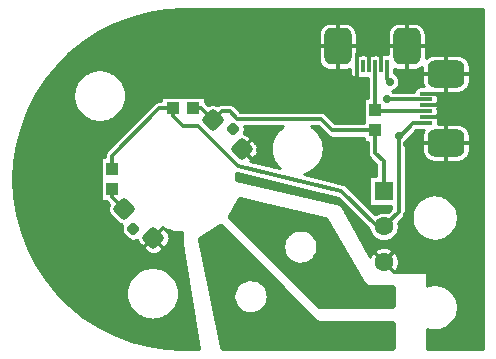
<source format=gbl>
G04 DipTrace 4.2.0.0*
G04 opto board.gbl*
%MOMM*%
G04 #@! TF.FileFunction,Copper,L2,Bot*
G04 #@! TF.Part,Single*
%AMOUTLINE0*
4,1,28,
0.7955,-0.26515,
0.26518,-0.79549,
0.18752,-0.85509,
0.09708,-0.89255,
0.00002,-0.90533,
-0.09704,-0.89255,
-0.18748,-0.85509,
-0.26515,-0.7955,
-0.79549,-0.26518,
-0.85509,-0.18752,
-0.89255,-0.09708,
-0.90533,-0.00002,
-0.89255,0.09704,
-0.85509,0.18748,
-0.7955,0.26515,
-0.26518,0.79549,
-0.18752,0.85509,
-0.09708,0.89255,
-0.00002,0.90533,
0.09704,0.89255,
0.18748,0.85509,
0.26515,0.7955,
0.79549,0.26518,
0.85509,0.18752,
0.89255,0.09708,
0.90533,0.00002,
0.89255,-0.09704,
0.85509,-0.18748,
0.7955,-0.26515,
0*%
%AMOUTLINE3*
4,1,28,
0.4773,-0.15909,
0.15911,-0.47729,
0.11251,-0.51305,
0.05825,-0.53553,
0.00001,-0.5432,
-0.05822,-0.53553,
-0.11249,-0.51306,
-0.15909,-0.4773,
-0.47729,-0.15911,
-0.51305,-0.11251,
-0.53553,-0.05825,
-0.5432,-0.00001,
-0.53553,0.05822,
-0.51306,0.11249,
-0.4773,0.15909,
-0.15911,0.47729,
-0.11251,0.51305,
-0.05825,0.53553,
-0.00001,0.5432,
0.05822,0.53553,
0.11249,0.51306,
0.15909,0.4773,
0.47729,0.15911,
0.51305,0.11251,
0.53553,0.05825,
0.5432,0.00001,
0.53553,-0.05822,
0.51306,-0.11249,
0.4773,-0.15909,
0*%
%AMOUTLINE6*
4,1,28,
-0.075,0.55,
0.075,0.55,
0.09441,0.54744,
0.1125,0.53995,
0.12803,0.52803,
0.13995,0.5125,
0.14744,0.49441,
0.15,0.475,
0.15,-0.475,
0.14744,-0.49441,
0.13995,-0.5125,
0.12803,-0.52803,
0.1125,-0.53995,
0.09441,-0.54744,
0.075,-0.55,
-0.075,-0.55,
-0.09441,-0.54744,
-0.1125,-0.53995,
-0.12803,-0.52803,
-0.13995,-0.5125,
-0.14744,-0.49441,
-0.15,-0.475,
-0.15,0.475,
-0.14744,0.49441,
-0.13995,0.5125,
-0.12803,0.52803,
-0.1125,0.53995,
-0.09441,0.54744,
-0.075,0.55,
0*%
%AMOUTLINE9*
4,1,28,
-0.575,1.55,
0.575,1.55,
0.72382,1.53041,
0.8625,1.47296,
0.98159,1.38159,
1.07296,1.2625,
1.13041,1.12382,
1.15,0.975,
1.15,-0.975,
1.13041,-1.12382,
1.07296,-1.2625,
0.98159,-1.38159,
0.8625,-1.47296,
0.72382,-1.53041,
0.575,-1.55,
-0.575,-1.55,
-0.72382,-1.53041,
-0.8625,-1.47296,
-0.98159,-1.38159,
-1.07296,-1.2625,
-1.13041,-1.12382,
-1.15,-0.975,
-1.15,0.975,
-1.13041,1.12382,
-1.07296,1.2625,
-0.98159,1.38159,
-0.8625,1.47296,
-0.72382,1.53041,
-0.575,1.55,
0*%
%AMOUTLINE12*
4,1,28,
0.55,0.07502,
0.55,-0.07498,
0.54745,-0.09439,
0.53996,-0.11248,
0.52804,-0.12801,
0.51251,-0.13993,
0.49442,-0.14742,
0.47501,-0.14998,
-0.47499,-0.15002,
-0.49441,-0.14746,
-0.51249,-0.13997,
-0.52803,-0.12805,
-0.53995,-0.11252,
-0.54744,-0.09443,
-0.55,-0.07502,
-0.55,0.07498,
-0.54745,0.09439,
-0.53996,0.11248,
-0.52804,0.12801,
-0.51251,0.13993,
-0.49442,0.14742,
-0.47501,0.14998,
0.47499,0.15002,
0.49441,0.14746,
0.51249,0.13997,
0.52803,0.12805,
0.53995,0.11252,
0.54744,0.09443,
0.55,0.07502,
0*%
%AMOUTLINE15*
4,1,28,
1.54998,0.57506,
1.55002,-0.57494,
1.53044,-0.72376,
1.473,-0.86244,
1.38163,-0.98153,
1.26254,-1.07291,
1.12387,-1.13036,
0.97505,-1.14996,
-0.97495,-1.15004,
-1.12378,-1.13045,
-1.26246,-1.07302,
-1.38155,-0.98164,
-1.47293,-0.86256,
-1.53038,-0.72388,
-1.54998,-0.57506,
-1.55002,0.57494,
-1.53044,0.72376,
-1.473,0.86244,
-1.38163,0.98153,
-1.26254,1.07291,
-1.12387,1.13036,
-0.97505,1.14996,
0.97495,1.15004,
1.12378,1.13045,
1.26246,1.07302,
1.38155,0.98164,
1.47293,0.86256,
1.53038,0.72388,
1.54998,0.57506,
0*%
%AMOUTLINE18*
4,1,28,
-0.7955,0.26514,
-0.26519,0.79549,
-0.18753,0.85508,
-0.09709,0.89255,
-0.00003,0.90533,
0.09703,0.89256,
0.18747,0.8551,
0.26514,0.7955,
0.79549,0.26519,
0.85508,0.18753,
0.89255,0.09709,
0.90533,0.00003,
0.89256,-0.09703,
0.8551,-0.18747,
0.7955,-0.26514,
0.26519,-0.79549,
0.18753,-0.85508,
0.09709,-0.89255,
0.00003,-0.90533,
-0.09703,-0.89256,
-0.18747,-0.8551,
-0.26514,-0.7955,
-0.79549,-0.26519,
-0.85508,-0.18753,
-0.89255,-0.09709,
-0.90533,-0.00003,
-0.89256,0.09703,
-0.8551,0.18747,
-0.7955,0.26514,
0*%
%AMOUTLINE21*
4,1,28,
-0.4773,0.15908,
-0.15911,0.47729,
-0.11252,0.51305,
-0.05825,0.53553,
-0.00002,0.5432,
0.05822,0.53553,
0.11248,0.51306,
0.15908,0.4773,
0.47729,0.15911,
0.51305,0.11252,
0.53553,0.05825,
0.5432,0.00002,
0.53553,-0.05822,
0.51306,-0.11248,
0.4773,-0.15908,
0.15911,-0.47729,
0.11252,-0.51305,
0.05825,-0.53553,
0.00002,-0.5432,
-0.05822,-0.53553,
-0.11248,-0.51306,
-0.15908,-0.4773,
-0.47729,-0.15911,
-0.51305,-0.11252,
-0.53553,-0.05825,
-0.5432,-0.00002,
-0.53553,0.05822,
-0.51306,0.11248,
-0.4773,0.15908,
0*%
G04 #@! TA.AperFunction,CopperBalancing*
%ADD14C,0.33*%
G04 #@! TA.AperFunction,Conductor*
%ADD15C,0.3*%
G04 #@! TA.AperFunction,CopperBalancing*
%ADD16C,0.25*%
%ADD17C,0.635*%
G04 #@! TA.AperFunction,ComponentPad*
%ADD18R,1.6X1.6*%
%ADD19C,1.6*%
%ADD20R,0.3X1.1*%
%ADD21R,1.1X0.3*%
%ADD22R,1.1X1.0*%
%ADD23R,1.0X1.1*%
G04 #@! TA.AperFunction,ViaPad*
%ADD24C,0.7*%
%ADD46OUTLINE0*%
%ADD49OUTLINE3*%
%ADD52OUTLINE6*%
%ADD55OUTLINE9*%
%ADD58OUTLINE12*%
%ADD61OUTLINE15*%
%ADD64OUTLINE18*%
%ADD67OUTLINE21*%
%FSLAX35Y35*%
G04*
G71*
G90*
G75*
G01*
G04 Bottom*
%LPD*%
X-600002Y85000D2*
D14*
Y199998D1*
X-200002Y599998D1*
X-85000D1*
X1700000Y-400000D2*
X1825000Y-275000D1*
Y350000D1*
X1949993Y474993D1*
X2023507D1*
D15*
Y474992D1*
X2055005D1*
X1825000Y350000D2*
D14*
Y368380D1*
X1750000Y825000D2*
X1725000Y850000D1*
Y883500D1*
D15*
Y955000D1*
X-85000Y599998D2*
D14*
Y535000D1*
X0Y450000D1*
X130000D1*
X467500Y112500D1*
X1340000Y-100000D1*
X1640000Y-400000D1*
X1700000D1*
X-599997Y-85000D2*
Y-150007D1*
X-498747Y-251260D1*
X2055000Y574993D2*
D15*
X1635007D1*
X1625000Y585000D1*
Y955000D2*
Y585000D1*
X85000Y600002D2*
D14*
X149989D1*
X251251Y498741D1*
X1625002Y415000D2*
Y224998D1*
X1700000Y150000D1*
Y-100000D1*
X2054997Y674992D2*
D15*
X2023497D1*
D14*
Y675000D1*
X1725000D1*
X251251Y498741D2*
X327510Y575000D1*
X395000D1*
X460000Y510000D1*
X1165000D1*
X1260000Y415000D1*
X1625002D1*
D24*
X1725000Y675000D3*
X1750000Y825000D3*
X-300000Y1200000D3*
X100000D3*
X500000D3*
X900000D3*
X1700000D3*
X2100000D3*
X2500000D3*
X1825000Y368380D3*
X485000Y5000D3*
X-100000Y900000D3*
X300000D3*
X700000D3*
X650000Y250000D3*
X-700000Y1200000D3*
X325000Y-1200000D3*
X1900000Y900000D3*
X275000Y-975000D3*
X1100000Y900000D3*
X-900000D3*
X225000Y-750000D3*
X1500000Y-875000D3*
X1425000Y-1050000D3*
X375000Y-1400000D3*
X900000Y600000D3*
X575000Y-1400000D3*
X775000D3*
X2500000Y600000D3*
X1300000D3*
X-500000Y900000D3*
X-1100000Y600000D3*
X975000Y-1400000D3*
X1175000D3*
X1375000D3*
X1575000D3*
X1500000Y300000D3*
X1900000D3*
X1475000Y-1250000D3*
X1275000D3*
X-900000Y300000D3*
X-1300000D3*
X1075000Y-1200000D3*
X950000Y-1050000D3*
X1025000Y-925000D3*
X800000Y-900000D3*
X650000Y-750000D3*
X2100000Y0D3*
X2500000D3*
X500000Y-600000D3*
X1375000Y-675000D3*
X-1100000Y0D3*
X1275000Y-500000D3*
X550000Y-300000D3*
X725000Y-325000D3*
X675000Y-425000D3*
X425000Y-775000D3*
X1900000Y-300000D3*
X325000Y-575000D3*
X300000Y-650000D3*
X-900000Y-300000D3*
X-1300000D3*
X375000Y-675000D3*
X450000Y-700000D3*
X400000Y-600000D3*
X350000Y-750000D3*
X625000Y-275000D3*
X2100000Y-600000D3*
X2500000D3*
X575000Y-375000D3*
X-700000Y-600000D3*
X-1100000D3*
X650000Y-350000D3*
X-500000Y-900000D3*
X750000Y-400000D3*
X820000Y-70000D3*
X1175000Y-150000D3*
X1400000Y-275000D3*
X2300000Y-900000D3*
X1550000Y-550000D3*
X-900000Y-900000D3*
X-50000Y-500000D3*
X500000Y600000D3*
X-25000Y-725000D3*
X25000Y-975000D3*
X50000Y-1175000D3*
X100000Y-1400000D3*
X1175000Y-1050000D3*
X2500000Y-1200000D3*
X875000Y-775000D3*
X-700000Y-1200000D3*
X725000Y-625000D3*
X600000Y-500000D3*
X825000Y-275000D3*
X1075000Y-325000D3*
X1300000Y0D3*
X-253204Y1412833D2*
D16*
X2535009D1*
X-362896Y1388167D2*
X2535009D1*
X-450958Y1363500D2*
X2535009D1*
X-515216Y1338833D2*
X2535009D1*
X-579473Y1314167D2*
X1199950D1*
X1416059D2*
X1783935D1*
X2000068D2*
X2535009D1*
X-628546Y1289500D2*
X1169115D1*
X1446894D2*
X1753124D1*
X2030878D2*
X2535009D1*
X-676959Y1264833D2*
X1153564D1*
X1462445D2*
X1737548D1*
X2046454D2*
X2535009D1*
X-723394Y1240167D2*
X1146020D1*
X1469989D2*
X1730028D1*
X2053974D2*
X2535009D1*
X-761383Y1215500D2*
X1144506D1*
X1471503D2*
X1728490D1*
X2055512D2*
X2535009D1*
X-799371Y1190833D2*
X1144506D1*
X1471503D2*
X1728490D1*
X2055512D2*
X2535009D1*
X-837335Y1166167D2*
X1144506D1*
X1471503D2*
X1728490D1*
X2055512D2*
X2535009D1*
X-868805Y1141500D2*
X1144506D1*
X1471503D2*
X1728490D1*
X2055512D2*
X2535009D1*
X-899273Y1116833D2*
X1144506D1*
X1471503D2*
X1728490D1*
X2055512D2*
X2535009D1*
X-929718Y1092167D2*
X1144506D1*
X1471503D2*
X1728490D1*
X2055512D2*
X2535009D1*
X-960015Y1067500D2*
X1144506D1*
X1471503D2*
X1728490D1*
X2055512D2*
X2535009D1*
X-984698Y1042833D2*
X1144506D1*
X2055512D2*
X2080273D1*
X2369721D2*
X2535009D1*
X-1009356Y1018167D2*
X1144921D1*
X2402436D2*
X2535009D1*
X-1034014Y993500D2*
X1150243D1*
X2418671D2*
X2535009D1*
X-1058697Y968833D2*
X1162743D1*
X2426654D2*
X2535009D1*
X-1079986Y944167D2*
X1186620D1*
X2428486D2*
X2535009D1*
X-1099981Y919500D2*
X-779151D1*
X-635040D2*
X1411498D1*
X1788495D2*
X2021484D1*
X2428486D2*
X2535009D1*
X-1119952Y894833D2*
X-830885D1*
X-583331D2*
X1413012D1*
X1793549D2*
X2021484D1*
X2428486D2*
X2535009D1*
X-1139923Y870167D2*
X-862452D1*
X-551763D2*
X1426684D1*
X1819745D2*
X2021484D1*
X2428486D2*
X2535009D1*
X-1159893Y845500D2*
X-885084D1*
X-529107D2*
X1561498D1*
X1830854D2*
X2021484D1*
X2428486D2*
X2535009D1*
X-1176007Y820833D2*
X-902003D1*
X-512213D2*
X1561498D1*
X1833393D2*
X2022387D1*
X2427582D2*
X2535009D1*
X-1192022Y796167D2*
X-914576D1*
X-499615D2*
X1561498D1*
X1828193D2*
X2028857D1*
X2421137D2*
X2535009D1*
X-1208062Y771500D2*
X-923609D1*
X-490582D2*
X1561498D1*
X1813324D2*
X1968383D1*
X2407099D2*
X2535009D1*
X-1224078Y746833D2*
X-929542D1*
X-484649D2*
X1561498D1*
X1773725D2*
X1953442D1*
X2379999D2*
X2535009D1*
X-1240094Y722167D2*
X-932594D1*
X-481597D2*
X1561498D1*
X2158490D2*
X2535009D1*
X-1253131Y697500D2*
X-932887D1*
X-481305D2*
X1561498D1*
X2156342D2*
X2535009D1*
X-1265704Y672833D2*
X-930470D1*
X-483746D2*
X-188502D1*
X188495D2*
X1526488D1*
X2158490D2*
X2535009D1*
X-1278277Y648167D2*
X-925196D1*
X-489019D2*
X-242335D1*
X192328D2*
X1526488D1*
X2156147D2*
X2535009D1*
X-1290850Y623500D2*
X-916871D1*
X-497320D2*
X-267384D1*
X436933D2*
X1526488D1*
X2158490D2*
X2535009D1*
X-1303424Y598833D2*
X-905128D1*
X-509063D2*
X-292066D1*
X462055D2*
X1526488D1*
X2155951D2*
X2535009D1*
X-1314654Y574167D2*
X-889259D1*
X-524932D2*
X-316724D1*
X486713D2*
X1526488D1*
X2158490D2*
X2535009D1*
X-1324127Y549500D2*
X-868067D1*
X-546124D2*
X-341383D1*
X1216401D2*
X1526488D1*
X2155732D2*
X2535009D1*
X-1333599Y524833D2*
X-838941D1*
X-575250D2*
X-366065D1*
X1241059D2*
X1526488D1*
X2158515D2*
X2535009D1*
X-1343072Y500167D2*
X-794044D1*
X-620147D2*
X-390723D1*
X1265717D2*
X1526488D1*
X2158515D2*
X2535009D1*
X-1352545Y475500D2*
X-415382D1*
X2158515D2*
X2535009D1*
X-1362017Y450833D2*
X-440064D1*
X2383588D2*
X2535009D1*
X-1369390Y426167D2*
X-464722D1*
X523578D2*
X815282D1*
X1116523D2*
X1157934D1*
X2408857D2*
X2535009D1*
X-1376007Y401500D2*
X-489381D1*
X520966D2*
X791381D1*
X1140424D2*
X1182616D1*
X1967377D2*
X2027978D1*
X2422040D2*
X2535009D1*
X-1382598Y376833D2*
X-514063D1*
X542597D2*
X773608D1*
X1158197D2*
X1207275D1*
X1942719D2*
X2022143D1*
X2427900D2*
X2535009D1*
X-1389215Y352167D2*
X-538722D1*
X571454D2*
X760326D1*
X1171454D2*
X1526513D1*
X1918061D2*
X2021508D1*
X2428510D2*
X2535009D1*
X-1395831Y327500D2*
X-563380D1*
X596137D2*
X750732D1*
X1181073D2*
X1526513D1*
X1897431D2*
X2021508D1*
X2428510D2*
X2535009D1*
X-1402447Y302833D2*
X-588062D1*
X619941D2*
X744286D1*
X1187519D2*
X1560009D1*
X1890009D2*
X2021508D1*
X2428510D2*
X2535009D1*
X-1406768Y278167D2*
X-612721D1*
X633320D2*
X740746D1*
X1191059D2*
X1560009D1*
X1890009D2*
X2021508D1*
X2428510D2*
X2535009D1*
X-1410675Y253500D2*
X-637379D1*
X637738D2*
X739965D1*
X1191840D2*
X1560009D1*
X1890009D2*
X2021508D1*
X2428510D2*
X2535009D1*
X-1414605Y228833D2*
X-657960D1*
X634711D2*
X741918D1*
X1189887D2*
X1560009D1*
X1890009D2*
X2023803D1*
X2426215D2*
X2535009D1*
X-1418512Y204167D2*
X-664869D1*
X623237D2*
X746679D1*
X1185126D2*
X1563573D1*
X1890009D2*
X2032470D1*
X2417572D2*
X2535009D1*
X-1422418Y179500D2*
X-698512D1*
X600605D2*
X754443D1*
X1177362D2*
X1579613D1*
X1890009D2*
X2049706D1*
X2400312D2*
X2535009D1*
X-1426324Y154833D2*
X-698512D1*
X575946D2*
X765551D1*
X1166254D2*
X1604272D1*
X1890009D2*
X2085497D1*
X2364496D2*
X2535009D1*
X-1428082Y130167D2*
X-698512D1*
X661591D2*
X780639D1*
X1151166D2*
X1628954D1*
X1890009D2*
X2535009D1*
X-1429376Y105500D2*
X-698512D1*
X762861D2*
X800756D1*
X1131049D2*
X1635009D1*
X1890009D2*
X2535009D1*
X-1430670Y80833D2*
X-698512D1*
X1103608D2*
X1635009D1*
X1890009D2*
X2535009D1*
X-1431964Y56167D2*
X-698512D1*
X1062690D2*
X1635009D1*
X1890009D2*
X2535009D1*
X-1433258Y31500D2*
X-698512D1*
X449335D2*
X533446D1*
X1066694D2*
X1635009D1*
X1890009D2*
X2535009D1*
X-1434552Y6833D2*
X-698512D1*
X450946D2*
X634740D1*
X1167963D2*
X1571508D1*
X1890009D2*
X2535009D1*
X-1433990Y-17833D2*
X-698487D1*
X485370D2*
X736010D1*
X1269257D2*
X1571508D1*
X1890009D2*
X2535009D1*
X-1432696Y-42500D2*
X-698487D1*
X592255D2*
X837304D1*
X1366987D2*
X1571508D1*
X1890009D2*
X2535009D1*
X-1431402Y-67167D2*
X-698487D1*
X699140D2*
X938573D1*
X1398066D2*
X1571508D1*
X1890009D2*
X2535009D1*
X-1430108Y-91833D2*
X-698487D1*
X806025D2*
X1039843D1*
X1422724D2*
X1571508D1*
X1890009D2*
X2535009D1*
X-1428814Y-116500D2*
X-698487D1*
X912934D2*
X1141137D1*
X1447382D2*
X1571508D1*
X1890009D2*
X2535009D1*
X-1427520Y-141167D2*
X-698487D1*
X1019819D2*
X1242406D1*
X1472065D2*
X1571508D1*
X1890009D2*
X2059521D1*
X2200483D2*
X2535009D1*
X-1424566Y-165833D2*
X-698487D1*
X1126703D2*
X1314941D1*
X1496723D2*
X1571508D1*
X1890009D2*
X2013134D1*
X2246869D2*
X2535009D1*
X-1420660Y-190500D2*
X-650098D1*
X1233588D2*
X1339623D1*
X1521381D2*
X1571508D1*
X1890009D2*
X1984936D1*
X2275068D2*
X2535009D1*
X-1416754Y-215167D2*
X-629566D1*
X1336298D2*
X1364281D1*
X1546064D2*
X1571508D1*
X1890009D2*
X1965160D1*
X2294843D2*
X2535009D1*
X-1412847Y-239833D2*
X-636988D1*
X1350238D2*
X1388940D1*
X1570722D2*
X1760009D1*
X1890009D2*
X1950976D1*
X2309028D2*
X2535009D1*
X-1408941Y-264500D2*
X-636720D1*
X1364179D2*
X1413622D1*
X1595380D2*
X1744604D1*
X1890009D2*
X1941064D1*
X2318940D2*
X2535009D1*
X-1405035Y-289167D2*
X-628687D1*
X1378119D2*
X1438280D1*
X1620063D2*
X1637572D1*
X1888373D2*
X1934814D1*
X2325190D2*
X2535009D1*
X-1399493Y-313833D2*
X-609791D1*
X1392060D2*
X1462939D1*
X1876484D2*
X1931811D1*
X2328193D2*
X2535009D1*
X-1392877Y-338500D2*
X-585133D1*
X1406000D2*
X1487621D1*
X1852387D2*
X1931957D1*
X2328046D2*
X2535009D1*
X-1386261Y-363167D2*
X-560450D1*
X1419965D2*
X1512279D1*
X1827729D2*
X1935253D1*
X2324750D2*
X2535009D1*
X-1379669Y-387833D2*
X-515235D1*
X1433905D2*
X1536938D1*
X1827900D2*
X1941845D1*
X2318158D2*
X2535009D1*
X-1373053Y-412500D2*
X-523243D1*
X1447846D2*
X1561620D1*
X1827875D2*
X1952123D1*
X2307880D2*
X2535009D1*
X-1366436Y-437167D2*
X-521827D1*
X-139215D2*
X-100733D1*
X1461786D2*
X1577099D1*
X1822895D2*
X1966772D1*
X2293232D2*
X2535009D1*
X-1357794Y-461833D2*
X-510255D1*
X-120806D2*
X-14991D1*
X1475727D2*
X1587719D1*
X1812275D2*
X1987157D1*
X2272821D2*
X2535009D1*
X-1348321Y-486500D2*
X-486622D1*
X-113116D2*
X-14991D1*
X1489667D2*
X1605883D1*
X1794111D2*
X2016454D1*
X2243549D2*
X2535009D1*
X-1338848Y-511167D2*
X-459278D1*
X-113140D2*
X-14991D1*
X1503608D2*
X1638183D1*
X1761811D2*
X2066186D1*
X2193793D2*
X2535009D1*
X-1329376Y-535833D2*
X-381593D1*
X-120904D2*
X-14991D1*
X1517548D2*
X2535009D1*
X-1319903Y-560500D2*
X-363111D1*
X-139386D2*
X-13429D1*
X1531488D2*
X2535009D1*
X-1310382Y-585167D2*
X-338453D1*
X-164068D2*
X-9303D1*
X1545429D2*
X1645653D1*
X1754364D2*
X2535009D1*
X-1297808Y-609833D2*
X-313770D1*
X-188726D2*
X-5201D1*
X1559369D2*
X1609496D1*
X1790522D2*
X2535009D1*
X-1285235Y-634500D2*
X-265089D1*
X-237408D2*
X-1099D1*
X1573310D2*
X1589867D1*
X1810126D2*
X2535009D1*
X-1272686Y-659167D2*
X3027D1*
X1821698D2*
X2535009D1*
X-1260113Y-683833D2*
X7128D1*
X1827460D2*
X2535009D1*
X-1247540Y-708500D2*
X11254D1*
X1828217D2*
X2535009D1*
X-1232940Y-733167D2*
X15356D1*
X1824067D2*
X2535009D1*
X-1216925Y-757833D2*
X-342921D1*
X-174688D2*
X19457D1*
X1814447D2*
X2535009D1*
X-1200909Y-782500D2*
X-389039D1*
X-128570D2*
X23583D1*
X1797724D2*
X2535009D1*
X-1184893Y-807167D2*
X-418629D1*
X-98956D2*
X27685D1*
X2065009D2*
X2535009D1*
X-1168878Y-831833D2*
X-440113D1*
X-77472D2*
X31811D1*
X2065009D2*
X2535009D1*
X-1150982Y-856500D2*
X-456202D1*
X-61407D2*
X35912D1*
X2065009D2*
X2535009D1*
X-1131012Y-881167D2*
X-468116D1*
X-49493D2*
X40014D1*
X2065009D2*
X2535009D1*
X-1111041Y-905833D2*
X-476588D1*
X-41021D2*
X44140D1*
X2211957D2*
X2535009D1*
X-1091070Y-930500D2*
X-481983D1*
X-35626D2*
X48241D1*
X2253095D2*
X2535009D1*
X-1071099Y-955167D2*
X-484547D1*
X-33062D2*
X52343D1*
X2279340D2*
X2535009D1*
X-1047686Y-979833D2*
X-484376D1*
X-33233D2*
X56469D1*
X2297895D2*
X2535009D1*
X-1023028Y-1004500D2*
X-481446D1*
X-36163D2*
X60570D1*
X2311200D2*
X2535009D1*
X-998370Y-1029167D2*
X-475660D1*
X-41949D2*
X64696D1*
X2320380D2*
X2535009D1*
X-973687Y-1053833D2*
X-466773D1*
X-50836D2*
X68798D1*
X2325995D2*
X2535009D1*
X-946612Y-1078500D2*
X-454371D1*
X-63238D2*
X72900D1*
X2328388D2*
X2535009D1*
X-916143Y-1103167D2*
X-437672D1*
X-79913D2*
X77026D1*
X2327655D2*
X2535009D1*
X-885699Y-1127833D2*
X-415333D1*
X-102252D2*
X81127D1*
X2323774D2*
X2535009D1*
X-855230Y-1152500D2*
X-384327D1*
X-133282D2*
X85253D1*
X2316498D2*
X2535009D1*
X-820416Y-1177167D2*
X-334229D1*
X-183380D2*
X89355D1*
X2305487D2*
X2535009D1*
X-782428Y-1201833D2*
X93456D1*
X2289862D2*
X2535009D1*
X-744439Y-1226500D2*
X97582D1*
X2268134D2*
X2535009D1*
X-703790Y-1251167D2*
X101684D1*
X2236445D2*
X2535009D1*
X-655377Y-1275833D2*
X105810D1*
X2065009D2*
X2082787D1*
X2177216D2*
X2535009D1*
X-606964Y-1300500D2*
X109911D1*
X2065009D2*
X2535009D1*
X-550836Y-1325167D2*
X114013D1*
X2065009D2*
X2535009D1*
X-486578Y-1349833D2*
X118139D1*
X2065009D2*
X2535009D1*
X-413922Y-1374500D2*
X122240D1*
X2065009D2*
X2535009D1*
X-321856Y-1399167D2*
X126366D1*
X2065009D2*
X2535009D1*
X-183795Y-1423833D2*
X130468D1*
X2065009D2*
X2535009D1*
X1215767Y370844D2*
X1139117Y447500D1*
X1085622Y447499D1*
X1095202Y441100D1*
X1105220Y433563D1*
X1114800Y425477D1*
X1123911Y416865D1*
X1132525Y407757D1*
X1140615Y398180D1*
X1148156Y388164D1*
X1155122Y377742D1*
X1161494Y366945D1*
X1167250Y355808D1*
X1172372Y344365D1*
X1176845Y332654D1*
X1180654Y320710D1*
X1183788Y308571D1*
X1186236Y296275D1*
X1187990Y283862D1*
X1189046Y271370D1*
X1189400Y258800D1*
X1189051Y246307D1*
X1187999Y233814D1*
X1186249Y221400D1*
X1183805Y209104D1*
X1180676Y196964D1*
X1176871Y185019D1*
X1172402Y173306D1*
X1167283Y161862D1*
X1161531Y150722D1*
X1155163Y139923D1*
X1148200Y129498D1*
X1140663Y119480D1*
X1132577Y109900D1*
X1123965Y100789D1*
X1114857Y92175D1*
X1105280Y84085D1*
X1095264Y76544D1*
X1084842Y69578D1*
X1074045Y63206D1*
X1062908Y57450D1*
X1051465Y52328D1*
X1039754Y47855D1*
X1027810Y44046D1*
X1020472Y42151D1*
X1355087Y-39348D1*
X1366836Y-43554D1*
X1377515Y-50011D1*
X1384194Y-55806D1*
X1626251Y-297849D1*
X1636943Y-290914D1*
X1648117Y-285178D1*
X1659808Y-280582D1*
X1671898Y-277174D1*
X1684267Y-274986D1*
X1696792Y-274041D1*
X1709350Y-274347D1*
X1721814Y-275903D1*
X1733141Y-278482D1*
X1762505Y-249106D1*
X1762488Y-226001D1*
X1574001D1*
Y25999D1*
X1637489D1*
X1637500Y124109D1*
X1580807Y180804D1*
X1572908Y190465D1*
X1567086Y201503D1*
X1563571Y213489D1*
X1562501Y225033D1*
X1562494Y314000D1*
X1529002D1*
Y352489D1*
X1450335Y352500D1*
X1260000D1*
X1247583Y353746D1*
X1235661Y357434D1*
X1224701Y363424D1*
X1215767Y370844D1*
X-483949Y694607D2*
X-485001Y682114D1*
X-486751Y669700D1*
X-489195Y657404D1*
X-492324Y645264D1*
X-496129Y633319D1*
X-500598Y621606D1*
X-505717Y610162D1*
X-511469Y599022D1*
X-517837Y588223D1*
X-524800Y577798D1*
X-532337Y567780D1*
X-540423Y558200D1*
X-549035Y549089D1*
X-558143Y540475D1*
X-567720Y532385D1*
X-577736Y524844D1*
X-588158Y517878D1*
X-598955Y511506D1*
X-610092Y505750D1*
X-621535Y500628D1*
X-633246Y496155D1*
X-645190Y492346D1*
X-657329Y489212D1*
X-669625Y486764D1*
X-682038Y485010D1*
X-694530Y483954D1*
X-707062Y483600D1*
X-719593Y483949D1*
X-732086Y485001D1*
X-744500Y486751D1*
X-756796Y489195D1*
X-768936Y492324D1*
X-780881Y496129D1*
X-792594Y500598D1*
X-804038Y505717D1*
X-815178Y511469D1*
X-825977Y517837D1*
X-836402Y524800D1*
X-846420Y532337D1*
X-856000Y540423D1*
X-865111Y549035D1*
X-873725Y558143D1*
X-881815Y567720D1*
X-889356Y577736D1*
X-896322Y588158D1*
X-902694Y598955D1*
X-908450Y610092D1*
X-913572Y621535D1*
X-918045Y633246D1*
X-921854Y645190D1*
X-924988Y657329D1*
X-927436Y669625D1*
X-929190Y682038D1*
X-930246Y694530D1*
X-930600Y707062D1*
X-930251Y719593D1*
X-929199Y732086D1*
X-927449Y744500D1*
X-925005Y756796D1*
X-921876Y768936D1*
X-918071Y780881D1*
X-913602Y792594D1*
X-908483Y804038D1*
X-902731Y815178D1*
X-896363Y825977D1*
X-889400Y836402D1*
X-881863Y846420D1*
X-873777Y856000D1*
X-865165Y865111D1*
X-856057Y873725D1*
X-846480Y881815D1*
X-836464Y889356D1*
X-826042Y896322D1*
X-815245Y902694D1*
X-804108Y908450D1*
X-792665Y913572D1*
X-780954Y918045D1*
X-769010Y921854D1*
X-756871Y924988D1*
X-744575Y927436D1*
X-732162Y929190D1*
X-719670Y930246D1*
X-707138Y930600D1*
X-694607Y930251D1*
X-682114Y929199D1*
X-669700Y927449D1*
X-657404Y925005D1*
X-645264Y921876D1*
X-633319Y918071D1*
X-621606Y913602D1*
X-610162Y908483D1*
X-599022Y902731D1*
X-588223Y896363D1*
X-577798Y889400D1*
X-567780Y881863D1*
X-558200Y873777D1*
X-549089Y865165D1*
X-540475Y856057D1*
X-532385Y846480D1*
X-524844Y836464D1*
X-517878Y826042D1*
X-511506Y815245D1*
X-505750Y804108D1*
X-500628Y792665D1*
X-496155Y780954D1*
X-492346Y769010D1*
X-489212Y756871D1*
X-486764Y744575D1*
X-485010Y732162D1*
X-483954Y719670D1*
X-483600Y707100D1*
X-483949Y694607D1*
X-35649Y-978393D2*
X-36701Y-990886D1*
X-38451Y-1003300D1*
X-40895Y-1015596D1*
X-44024Y-1027736D1*
X-47829Y-1039681D1*
X-52298Y-1051394D1*
X-57417Y-1062838D1*
X-63169Y-1073978D1*
X-69537Y-1084777D1*
X-76500Y-1095202D1*
X-84037Y-1105220D1*
X-92123Y-1114800D1*
X-100735Y-1123911D1*
X-109843Y-1132525D1*
X-119420Y-1140615D1*
X-129436Y-1148156D1*
X-139858Y-1155122D1*
X-150655Y-1161494D1*
X-161792Y-1167250D1*
X-173235Y-1172372D1*
X-184946Y-1176845D1*
X-196890Y-1180654D1*
X-209029Y-1183788D1*
X-221325Y-1186236D1*
X-233738Y-1187990D1*
X-246230Y-1189046D1*
X-258762Y-1189400D1*
X-271293Y-1189051D1*
X-283786Y-1187999D1*
X-296200Y-1186249D1*
X-308496Y-1183805D1*
X-320636Y-1180676D1*
X-332581Y-1176871D1*
X-344294Y-1172402D1*
X-355738Y-1167283D1*
X-366878Y-1161531D1*
X-377677Y-1155163D1*
X-388102Y-1148200D1*
X-398120Y-1140663D1*
X-407700Y-1132577D1*
X-416811Y-1123965D1*
X-425425Y-1114857D1*
X-433515Y-1105280D1*
X-441056Y-1095264D1*
X-448022Y-1084842D1*
X-454394Y-1074045D1*
X-460150Y-1062908D1*
X-465272Y-1051465D1*
X-469745Y-1039754D1*
X-473554Y-1027810D1*
X-476688Y-1015671D1*
X-479136Y-1003375D1*
X-480890Y-990962D1*
X-481946Y-978470D1*
X-482300Y-965938D1*
X-481951Y-953407D1*
X-480899Y-940914D1*
X-479149Y-928500D1*
X-476705Y-916204D1*
X-473576Y-904064D1*
X-469771Y-892119D1*
X-465302Y-880406D1*
X-460183Y-868962D1*
X-454431Y-857822D1*
X-448063Y-847023D1*
X-441100Y-836598D1*
X-433563Y-826580D1*
X-425477Y-817000D1*
X-416865Y-807889D1*
X-407757Y-799275D1*
X-398180Y-791185D1*
X-388164Y-783644D1*
X-377742Y-776678D1*
X-366945Y-770306D1*
X-355808Y-764550D1*
X-344365Y-759428D1*
X-332654Y-754955D1*
X-320710Y-751146D1*
X-308571Y-748012D1*
X-296275Y-745564D1*
X-283862Y-743810D1*
X-271370Y-742754D1*
X-258838Y-742400D1*
X-246307Y-742749D1*
X-233814Y-743801D1*
X-221400Y-745551D1*
X-209104Y-747995D1*
X-196964Y-751124D1*
X-185019Y-754929D1*
X-173306Y-759398D1*
X-161862Y-764517D1*
X-150722Y-770269D1*
X-139923Y-776637D1*
X-129498Y-783600D1*
X-119480Y-791137D1*
X-109900Y-799223D1*
X-100789Y-807835D1*
X-92175Y-816943D1*
X-84085Y-826520D1*
X-76544Y-836536D1*
X-69578Y-846958D1*
X-63206Y-857755D1*
X-57450Y-868892D1*
X-52328Y-880335D1*
X-47855Y-892046D1*
X-44046Y-903990D1*
X-40912Y-916129D1*
X-38464Y-928425D1*
X-36710Y-940838D1*
X-35654Y-953330D1*
X-35300Y-965900D1*
X-35649Y-978393D1*
X2325602Y-337492D2*
X2324415Y-349872D1*
X2322447Y-362153D1*
X2319703Y-374284D1*
X2316195Y-386216D1*
X2311938Y-397902D1*
X2306948Y-409294D1*
X2301245Y-420347D1*
X2294853Y-431017D1*
X2287797Y-441259D1*
X2280106Y-451033D1*
X2271810Y-460299D1*
X2262943Y-469021D1*
X2253541Y-477163D1*
X2243642Y-484692D1*
X2233285Y-491578D1*
X2222512Y-497793D1*
X2211366Y-503313D1*
X2199893Y-508115D1*
X2188139Y-512179D1*
X2176150Y-515489D1*
X2163975Y-518033D1*
X2151664Y-519799D1*
X2139266Y-520781D1*
X2126830Y-520974D1*
X2114407Y-520379D1*
X2102046Y-518996D1*
X2089799Y-516833D1*
X2077713Y-513897D1*
X2065837Y-510200D1*
X2054220Y-505758D1*
X2042909Y-500588D1*
X2031948Y-494711D1*
X2021381Y-488150D1*
X2011252Y-480933D1*
X2001602Y-473087D1*
X1992468Y-464646D1*
X1983888Y-455642D1*
X1975896Y-446112D1*
X1968525Y-436094D1*
X1961804Y-425629D1*
X1955761Y-414759D1*
X1950418Y-403527D1*
X1945800Y-391979D1*
X1941922Y-380161D1*
X1938802Y-368122D1*
X1936452Y-355908D1*
X1934882Y-343571D1*
X1934097Y-331158D1*
X1934101Y-318721D1*
X1934893Y-306309D1*
X1936472Y-293972D1*
X1938829Y-281760D1*
X1941956Y-269722D1*
X1945841Y-257907D1*
X1950467Y-246362D1*
X1955816Y-235134D1*
X1961866Y-224267D1*
X1968594Y-213806D1*
X1975971Y-203793D1*
X1983969Y-194268D1*
X1992554Y-185269D1*
X2001693Y-176833D1*
X2011349Y-168994D1*
X2021482Y-161783D1*
X2032052Y-155229D1*
X2043017Y-149358D1*
X2054332Y-144195D1*
X2065952Y-139760D1*
X2077830Y-136071D1*
X2089917Y-133142D1*
X2102166Y-130986D1*
X2114527Y-129612D1*
X2126951Y-129024D1*
X2139387Y-129225D1*
X2151784Y-130214D1*
X2164095Y-131988D1*
X2176268Y-134539D1*
X2188254Y-137857D1*
X2200006Y-141929D1*
X2211476Y-146737D1*
X2222619Y-152264D1*
X2233388Y-158486D1*
X2243740Y-165378D1*
X2253635Y-172913D1*
X2263032Y-181061D1*
X2271894Y-189788D1*
X2280184Y-199060D1*
X2287869Y-208839D1*
X2294918Y-219085D1*
X2301304Y-229758D1*
X2307000Y-240815D1*
X2311983Y-252210D1*
X2316233Y-263899D1*
X2319733Y-275834D1*
X2322469Y-287966D1*
X2324431Y-300248D1*
X2325609Y-312629D1*
X2326000Y-325000D1*
X2325602Y-337492D1*
X1834557Y924000D2*
X1949656D1*
X1953821Y924090D1*
X1957980Y924348D1*
X1962124Y924772D1*
X1966248Y925364D1*
X1970346Y926121D1*
X1974409Y927042D1*
X1978432Y928126D1*
X1982408Y929371D1*
X1986331Y930774D1*
X1990194Y932335D1*
X1993991Y934050D1*
X1997716Y935916D1*
X2001363Y937931D1*
X2004925Y940091D1*
X2008398Y942392D1*
X2011776Y944832D1*
X2015053Y947405D1*
X2018223Y950108D1*
X2021285Y952940D1*
X2024066Y953575D1*
X2023986Y949434D1*
X2023990Y834335D1*
X2024081Y830170D1*
X2024338Y826011D1*
X2024763Y821867D1*
X2025355Y817742D1*
X2026112Y813645D1*
X2027033Y809582D1*
X2028117Y805559D1*
X2029362Y801583D1*
X2030767Y797661D1*
X2032327Y793798D1*
X2034042Y790001D1*
X2036056Y785992D1*
X2006084Y785972D1*
X2001927Y785700D1*
X1997804Y785106D1*
X1993740Y784192D1*
X1989759Y782965D1*
X1985886Y781432D1*
X1982144Y779603D1*
X1978555Y777488D1*
X1975142Y775100D1*
X1971925Y772453D1*
X1968923Y769565D1*
X1966156Y766451D1*
X1963639Y763132D1*
X1961388Y759627D1*
X1959416Y755958D1*
X1957736Y752146D1*
X1956358Y748215D1*
X1955289Y744189D1*
X1954537Y740091D1*
X1954222Y737500D1*
X1776260Y737503D1*
X1774173Y739366D1*
X1765012Y745428D1*
X1765336Y745465D1*
X1777298Y748738D1*
X1788619Y753799D1*
X1799035Y760529D1*
X1808302Y768769D1*
X1816202Y778328D1*
X1822551Y788981D1*
X1827199Y800478D1*
X1830037Y812550D1*
X1831000Y825000D1*
X1830064Y837279D1*
X1827251Y849357D1*
X1822628Y860863D1*
X1816302Y871530D1*
X1808422Y881105D1*
X1799173Y889366D1*
X1788772Y896118D1*
X1786001Y897564D1*
Y936065D1*
X1790220Y933950D1*
X1794021Y932244D1*
X1797888Y930692D1*
X1801814Y929296D1*
X1805793Y928061D1*
X1809818Y926986D1*
X1813883Y926074D1*
X1817982Y925326D1*
X1822108Y924744D1*
X1826253Y924329D1*
X1830416Y924080D1*
X1834557Y924000D1*
X514402Y386313D2*
X518477Y385429D1*
X522500Y384344D1*
X526463Y383059D1*
X530357Y381578D1*
X534173Y379905D1*
X537900Y378044D1*
X541530Y375999D1*
X545053Y373776D1*
X548462Y371379D1*
X551746Y368816D1*
X554898Y366092D1*
X557786Y363339D1*
X610783Y310345D1*
X612336Y308753D1*
X615128Y305660D1*
X617763Y302433D1*
X620233Y299078D1*
X622533Y295604D1*
X624656Y292020D1*
X626599Y288334D1*
X628355Y284556D1*
X629920Y280695D1*
X631291Y276761D1*
X632464Y272763D1*
X633436Y268711D1*
X634204Y264617D1*
X634768Y260489D1*
X635125Y256338D1*
X635274Y252174D1*
X635216Y248009D1*
X634950Y243851D1*
X634476Y239712D1*
X633797Y235601D1*
X632914Y231530D1*
X631829Y227507D1*
X630544Y223544D1*
X629063Y219650D1*
X627390Y215834D1*
X625529Y212107D1*
X623484Y208477D1*
X621261Y204953D1*
X618865Y201545D1*
X616301Y198261D1*
X613577Y195109D1*
X610824Y192221D1*
X570375Y151769D1*
X817702Y91531D1*
X817000Y92123D1*
X807889Y100735D1*
X799275Y109843D1*
X791185Y119420D1*
X783644Y129436D1*
X776678Y139858D1*
X770306Y150655D1*
X764550Y161792D1*
X759428Y173235D1*
X754955Y184946D1*
X751146Y196890D1*
X748012Y209029D1*
X745564Y221325D1*
X743810Y233738D1*
X742754Y246230D1*
X742400Y258762D1*
X742749Y271293D1*
X743801Y283786D1*
X745551Y296200D1*
X747995Y308496D1*
X751124Y320636D1*
X754929Y332581D1*
X759398Y344294D1*
X764517Y355738D1*
X770269Y366878D1*
X776637Y377677D1*
X783600Y388102D1*
X791137Y398120D1*
X799223Y407700D1*
X807835Y416811D1*
X816943Y425425D1*
X826520Y433515D1*
X836536Y441056D1*
X846175Y447499D1*
X515924Y447500D1*
X517151Y444385D1*
X520332Y432315D1*
X521270Y419867D1*
X519934Y407457D1*
X516362Y395483D1*
X514402Y386313D1*
X1498230Y1053635D2*
X1494200Y1054705D1*
X1490103Y1055457D1*
X1485956Y1055888D1*
X1482457Y1056000D1*
X1469000Y1055999D1*
Y1222655D1*
X1468910Y1226820D1*
X1468652Y1230979D1*
X1468227Y1235124D1*
X1467636Y1239248D1*
X1466879Y1243345D1*
X1465958Y1247408D1*
X1464874Y1251431D1*
X1463629Y1255407D1*
X1462226Y1259330D1*
X1460665Y1263193D1*
X1458950Y1266990D1*
X1457084Y1270715D1*
X1455069Y1274362D1*
X1452909Y1277925D1*
X1450608Y1281398D1*
X1448168Y1284775D1*
X1445595Y1288052D1*
X1442892Y1291222D1*
X1440063Y1294282D1*
X1437114Y1297224D1*
X1434048Y1300046D1*
X1430872Y1302742D1*
X1427589Y1305308D1*
X1424206Y1307740D1*
X1420728Y1310033D1*
X1417160Y1312185D1*
X1413509Y1314192D1*
X1409780Y1316050D1*
X1405979Y1317756D1*
X1402112Y1319308D1*
X1398187Y1320703D1*
X1394208Y1321939D1*
X1390182Y1323014D1*
X1386117Y1323926D1*
X1382018Y1324673D1*
X1377893Y1325255D1*
X1373747Y1325671D1*
X1369584Y1325919D1*
X1365443Y1326000D1*
X1250422D1*
X1246257Y1325913D1*
X1242098Y1325659D1*
X1237953Y1325237D1*
X1233829Y1324649D1*
X1229731Y1323895D1*
X1225667Y1322977D1*
X1221643Y1321896D1*
X1217666Y1320654D1*
X1213743Y1319253D1*
X1209878Y1317695D1*
X1206080Y1315983D1*
X1202354Y1314120D1*
X1198705Y1312108D1*
X1195141Y1309951D1*
X1191666Y1307652D1*
X1188287Y1305215D1*
X1185008Y1302644D1*
X1181835Y1299943D1*
X1178774Y1297117D1*
X1175829Y1294170D1*
X1173005Y1291106D1*
X1170307Y1287932D1*
X1167738Y1284651D1*
X1165304Y1281270D1*
X1163008Y1277794D1*
X1160853Y1274228D1*
X1158844Y1270578D1*
X1156983Y1266850D1*
X1155274Y1263050D1*
X1153719Y1259185D1*
X1152321Y1255260D1*
X1151082Y1251282D1*
X1150005Y1247258D1*
X1149090Y1243193D1*
X1148339Y1239095D1*
X1147754Y1234970D1*
X1147335Y1230824D1*
X1147084Y1226666D1*
X1147000Y1222500D1*
Y1027345D1*
X1147090Y1023179D1*
X1147348Y1019021D1*
X1147773Y1014876D1*
X1148364Y1010752D1*
X1149121Y1006655D1*
X1150042Y1002592D1*
X1151126Y998569D1*
X1152371Y994593D1*
X1153774Y990670D1*
X1155335Y986807D1*
X1157050Y983010D1*
X1158916Y979285D1*
X1160931Y975638D1*
X1163091Y972075D1*
X1165392Y968602D1*
X1167832Y965225D1*
X1170405Y961948D1*
X1173108Y958777D1*
X1175937Y955718D1*
X1178886Y952776D1*
X1181952Y949954D1*
X1185128Y947258D1*
X1188411Y944692D1*
X1191794Y942260D1*
X1195272Y939966D1*
X1198840Y937815D1*
X1202491Y935808D1*
X1206220Y933950D1*
X1210021Y932244D1*
X1213888Y930692D1*
X1217814Y929297D1*
X1221792Y928061D1*
X1225818Y926986D1*
X1229883Y926074D1*
X1233982Y925327D1*
X1238107Y924744D1*
X1242253Y924329D1*
X1246416Y924081D1*
X1250557Y924000D1*
X1365655D1*
X1369821Y924090D1*
X1373979Y924348D1*
X1378124Y924773D1*
X1382248Y925364D1*
X1386345Y926121D1*
X1390408Y927042D1*
X1394431Y928126D1*
X1398407Y929371D1*
X1402330Y930774D1*
X1406193Y932335D1*
X1409990Y934050D1*
X1414000Y936064D1*
X1414018Y906091D1*
X1414290Y901934D1*
X1414884Y897811D1*
X1415798Y893747D1*
X1417024Y889766D1*
X1418557Y885893D1*
X1420387Y882150D1*
X1422502Y878562D1*
X1424890Y875148D1*
X1427536Y871931D1*
X1430424Y868930D1*
X1433538Y866162D1*
X1436857Y863645D1*
X1440362Y861394D1*
X1444031Y859422D1*
X1447843Y857742D1*
X1451774Y856363D1*
X1455800Y855295D1*
X1459897Y854543D1*
X1464044Y854112D1*
X1467543Y854000D1*
X1483909Y854018D1*
X1488066Y854290D1*
X1492189Y854884D1*
X1496253Y855798D1*
X1501773Y856364D1*
X1514052Y854113D1*
X1517537Y854000D1*
X1532500D1*
X1538065Y854290D1*
X1551774Y856363D1*
X1555800Y855295D1*
X1559901Y854542D1*
X1564000Y854108D1*
X1563996Y686000D1*
X1528999D1*
X1528990Y477500D1*
X1285897Y477492D1*
X1209194Y554194D1*
X1202515Y559989D1*
X1191836Y566446D1*
X1180087Y570652D1*
X1167725Y572439D1*
X1164957Y572500D1*
X485894Y572494D1*
X439194Y619194D1*
X432515Y624989D1*
X421836Y631445D1*
X410087Y635652D1*
X397725Y637439D1*
X394957Y637500D1*
X327510D1*
X323663Y637382D1*
X311346Y635374D1*
X299674Y630959D1*
X290405Y625524D1*
X278968Y630539D1*
X266910Y633792D1*
X254503Y635210D1*
X242023Y634762D1*
X229749Y632458D1*
X217945Y628344D1*
X212591Y625789D1*
X194183Y644197D1*
X187503Y649992D1*
X186000Y651093D1*
Y696002D1*
X-186000Y695997D1*
Y662498D1*
X-200002D1*
X-208823Y661872D1*
X-220940Y658886D1*
X-232222Y653553D1*
X-242228Y646075D1*
X-244227Y644161D1*
X-644197Y244192D1*
X-649991Y237513D1*
X-656448Y226833D1*
X-660654Y215085D1*
X-662442Y202722D1*
X-662502Y199953D1*
X-662494Y186000D1*
X-696002D1*
X-695998Y-186000D1*
X-651080D1*
X-644192Y-194200D1*
X-625792Y-212601D1*
X-630543Y-223542D1*
X-633796Y-235599D1*
X-635215Y-248006D1*
X-634767Y-260487D1*
X-632463Y-272761D1*
X-628354Y-284554D1*
X-622532Y-295602D1*
X-615119Y-305667D1*
X-610777Y-310349D1*
X-557786Y-363338D1*
X-548462Y-371378D1*
X-537900Y-378042D1*
X-526463Y-383058D1*
X-514394Y-386312D1*
X-516368Y-395493D1*
X-519934Y-407455D1*
X-521271Y-419866D1*
X-520333Y-432313D1*
X-517152Y-444384D1*
X-511833Y-455677D1*
X-504544Y-465825D1*
X-501185Y-469433D1*
X-469394Y-501222D1*
X-467448Y-503093D1*
X-457547Y-510694D1*
X-446430Y-516372D1*
X-434468Y-519938D1*
X-422057Y-521275D1*
X-409610Y-520337D1*
X-397528Y-517151D1*
X-385942Y-516191D1*
X-384970Y-520242D1*
X-383797Y-524240D1*
X-382426Y-528174D1*
X-380861Y-532035D1*
X-379105Y-535813D1*
X-377163Y-539499D1*
X-375039Y-543084D1*
X-372739Y-546558D1*
X-370269Y-549913D1*
X-367635Y-553140D1*
X-364840Y-556235D1*
X-360381Y-560734D1*
X-310293Y-610819D1*
X-307405Y-613572D1*
X-304252Y-616296D1*
X-300968Y-618860D1*
X-297560Y-621256D1*
X-294037Y-623479D1*
X-290407Y-625524D1*
X-286680Y-627386D1*
X-282864Y-629059D1*
X-278970Y-630539D1*
X-275007Y-631824D1*
X-270984Y-632909D1*
X-266913Y-633792D1*
X-262802Y-634472D1*
X-258663Y-634945D1*
X-254505Y-635211D1*
X-250339Y-635269D1*
X-246176Y-635120D1*
X-242025Y-634763D1*
X-237897Y-634200D1*
X-233802Y-633431D1*
X-229751Y-632459D1*
X-225753Y-631286D1*
X-221819Y-629915D1*
X-217958Y-628350D1*
X-214180Y-626594D1*
X-210494Y-624652D1*
X-206910Y-622528D1*
X-203436Y-620229D1*
X-200081Y-617758D1*
X-196853Y-615124D1*
X-193758Y-612329D1*
X-189259Y-607870D1*
X-137780Y-556355D1*
X-134982Y-553268D1*
X-132340Y-550046D1*
X-129863Y-546696D1*
X-127556Y-543227D1*
X-125425Y-539647D1*
X-123476Y-535965D1*
X-121712Y-532191D1*
X-120139Y-528333D1*
X-118760Y-524402D1*
X-117579Y-520406D1*
X-116598Y-516357D1*
X-115821Y-512264D1*
X-115249Y-508137D1*
X-114884Y-503987D1*
X-114726Y-499824D1*
X-114776Y-495658D1*
X-115033Y-491500D1*
X-115498Y-487359D1*
X-116168Y-483247D1*
X-117043Y-479174D1*
X-118120Y-475149D1*
X-119397Y-471184D1*
X-120869Y-467286D1*
X-122535Y-463467D1*
X-124388Y-459736D1*
X-126425Y-456102D1*
X-128642Y-452574D1*
X-131031Y-449161D1*
X-133588Y-445871D1*
X-136305Y-442714D1*
X-139177Y-439695D1*
X-160238Y-418640D1*
X-121687Y-431726D1*
X-118186Y-432833D1*
X-110430Y-434739D1*
X-64294Y-443916D1*
X-60679Y-444557D1*
X-52740Y-445434D1*
X-12500Y-448059D1*
Y-549988D1*
X-12316Y-552138D1*
X135246Y-1437500D1*
X1636D1*
X-150252Y-1429541D1*
X-298853Y-1406003D1*
X-444189Y-1367061D1*
X-584648Y-1313145D1*
X-718707Y-1244837D1*
X-844893Y-1162893D1*
X-961817Y-1068209D1*
X-1068208Y-961817D1*
X-1162894Y-844892D1*
X-1244836Y-718709D1*
X-1313145Y-584648D1*
X-1367062Y-444187D1*
X-1406003Y-298853D1*
X-1429541Y-150253D1*
X-1437413Y-1D1*
X-1429541Y150252D1*
X-1406003Y298853D1*
X-1367062Y444184D1*
X-1313142Y584647D1*
X-1244836Y718708D1*
X-1162891Y844888D1*
X-1068205Y961817D1*
X-961814Y1068208D1*
X-844885Y1162893D1*
X-718706Y1244836D1*
X-584645Y1313142D1*
X-444183Y1367058D1*
X-298850Y1406000D1*
X-150250Y1429538D1*
X1630Y1437497D1*
X2537500Y1437488D1*
X2537488Y-1437500D1*
X2062500Y-1437488D1*
X2062491Y-1268921D1*
X2065837Y-1270200D1*
X2077713Y-1273897D1*
X2089799Y-1276833D1*
X2102046Y-1278996D1*
X2114407Y-1280379D1*
X2126830Y-1280974D1*
X2139266Y-1280781D1*
X2151664Y-1279799D1*
X2163975Y-1278033D1*
X2176150Y-1275489D1*
X2188139Y-1272179D1*
X2199893Y-1268115D1*
X2211366Y-1263313D1*
X2222512Y-1257793D1*
X2233285Y-1251578D1*
X2243642Y-1244692D1*
X2253541Y-1237163D1*
X2262943Y-1229021D1*
X2271810Y-1220299D1*
X2280106Y-1211033D1*
X2287797Y-1201259D1*
X2294853Y-1191017D1*
X2301245Y-1180347D1*
X2306948Y-1169294D1*
X2311938Y-1157902D1*
X2316195Y-1146216D1*
X2319703Y-1134284D1*
X2322447Y-1122153D1*
X2324415Y-1109872D1*
X2325602Y-1097492D1*
X2326000Y-1085000D1*
X2325609Y-1072629D1*
X2324431Y-1060248D1*
X2322469Y-1047966D1*
X2319733Y-1035834D1*
X2316233Y-1023899D1*
X2311983Y-1012210D1*
X2307000Y-1000815D1*
X2301304Y-989758D1*
X2294918Y-979085D1*
X2287869Y-968839D1*
X2280184Y-959060D1*
X2271894Y-949788D1*
X2263032Y-941061D1*
X2253635Y-932913D1*
X2243740Y-925378D1*
X2233388Y-918486D1*
X2222619Y-912264D1*
X2211476Y-906737D1*
X2200006Y-901929D1*
X2188254Y-897857D1*
X2176268Y-894539D1*
X2164095Y-891988D1*
X2151784Y-890214D1*
X2139387Y-889225D1*
X2126951Y-889024D1*
X2114527Y-889612D1*
X2102166Y-890986D1*
X2089917Y-893142D1*
X2077830Y-896071D1*
X2065952Y-899760D1*
X2062500Y-900989D1*
X2062498Y-799784D1*
X2060753Y-793626D1*
X2056188Y-789139D1*
X2050000Y-787500D1*
X1790647D1*
X1794100Y-783793D1*
X1796819Y-780636D1*
X1799432Y-777391D1*
X1801936Y-774061D1*
X1804329Y-770650D1*
X1806608Y-767162D1*
X1808770Y-763600D1*
X1810814Y-759969D1*
X1812736Y-756273D1*
X1814535Y-752514D1*
X1816209Y-748699D1*
X1817755Y-744830D1*
X1819173Y-740912D1*
X1820461Y-736949D1*
X1821616Y-732946D1*
X1822639Y-728907D1*
X1823528Y-724837D1*
X1824282Y-720739D1*
X1824899Y-716618D1*
X1825380Y-712480D1*
X1825725Y-708327D1*
X1825931Y-704166D1*
X1826000Y-700000D1*
X1825931Y-695834D1*
X1825725Y-691673D1*
X1825380Y-687520D1*
X1824899Y-683382D1*
X1824282Y-679261D1*
X1823528Y-675163D1*
X1822639Y-671093D1*
X1821616Y-667053D1*
X1820460Y-663050D1*
X1819173Y-659088D1*
X1817755Y-655170D1*
X1816208Y-651301D1*
X1814535Y-647485D1*
X1812736Y-643727D1*
X1810814Y-640031D1*
X1808770Y-636399D1*
X1806608Y-632838D1*
X1804329Y-629350D1*
X1801936Y-625939D1*
X1799432Y-622609D1*
X1796818Y-619364D1*
X1794099Y-616207D1*
X1791278Y-613141D1*
X1788356Y-610171D1*
X1785337Y-607299D1*
X1782226Y-604528D1*
X1779024Y-601861D1*
X1775736Y-599302D1*
X1772365Y-596853D1*
X1768915Y-594517D1*
X1765390Y-592296D1*
X1761793Y-590193D1*
X1758129Y-588210D1*
X1754401Y-586349D1*
X1750614Y-584613D1*
X1746771Y-583002D1*
X1742877Y-581520D1*
X1738936Y-580167D1*
X1734953Y-578945D1*
X1730931Y-577856D1*
X1726876Y-576900D1*
X1722791Y-576078D1*
X1718681Y-575393D1*
X1714551Y-574843D1*
X1710405Y-574430D1*
X1706247Y-574155D1*
X1702083Y-574017D1*
X1697917D1*
X1693752Y-574155D1*
X1689595Y-574430D1*
X1685449Y-574843D1*
X1681319Y-575393D1*
X1677209Y-576078D1*
X1673124Y-576900D1*
X1669069Y-577856D1*
X1665047Y-578945D1*
X1661064Y-580167D1*
X1657123Y-581520D1*
X1653229Y-583002D1*
X1649386Y-584613D1*
X1645599Y-586349D1*
X1641871Y-588210D1*
X1638207Y-590193D1*
X1634610Y-592296D1*
X1631084Y-594517D1*
X1627635Y-596853D1*
X1624264Y-599302D1*
X1620976Y-601862D1*
X1617774Y-604528D1*
X1614662Y-607299D1*
X1611644Y-610171D1*
X1608722Y-613142D1*
X1605900Y-616207D1*
X1603181Y-619364D1*
X1600568Y-622609D1*
X1598064Y-625939D1*
X1595671Y-629350D1*
X1593392Y-632838D1*
X1591230Y-636400D1*
X1589186Y-640031D1*
X1587264Y-643727D1*
X1585465Y-647486D1*
X1583791Y-651301D1*
X1582349Y-654906D1*
X1341901Y-229497D1*
X1333471Y-215808D1*
X1327811Y-212820D1*
X448245Y-9851D1*
X448510Y-5801D1*
X448674Y-2133D1*
X448507Y5852D1*
X445430Y52794D1*
X452710Y51775D1*
X1308188Y-156576D1*
X1576677Y-425060D1*
X1577913Y-431156D1*
X1581621Y-443157D1*
X1586507Y-454729D1*
X1592520Y-465757D1*
X1599601Y-476132D1*
X1607681Y-485750D1*
X1616677Y-494516D1*
X1626502Y-502343D1*
X1637057Y-509152D1*
X1648238Y-514877D1*
X1659934Y-519460D1*
X1672027Y-522856D1*
X1684399Y-525030D1*
X1696925Y-525962D1*
X1709482Y-525643D1*
X1721945Y-524074D1*
X1734190Y-521273D1*
X1746095Y-517266D1*
X1757542Y-512094D1*
X1768417Y-505807D1*
X1778612Y-498469D1*
X1788025Y-490153D1*
X1796564Y-480940D1*
X1804143Y-470923D1*
X1810688Y-460202D1*
X1816132Y-448882D1*
X1820422Y-437076D1*
X1823515Y-424901D1*
X1825380Y-412480D1*
X1826000Y-399934D1*
X1825367Y-387388D1*
X1823489Y-374969D1*
X1821441Y-366946D1*
X1869168Y-319221D1*
X1876584Y-310290D1*
X1882567Y-299339D1*
X1886255Y-287417D1*
X1887500Y-275000D1*
X1887507Y317237D1*
X1891202Y321708D1*
X1897551Y332361D1*
X1899141Y335753D1*
X1975891Y412493D1*
X2023507D1*
X2032328Y413119D1*
X2035816Y413500D1*
X2033958Y409771D1*
X2032252Y405970D1*
X2030700Y402104D1*
X2029305Y398178D1*
X2028069Y394199D1*
X2026994Y390173D1*
X2026083Y386108D1*
X2025335Y382009D1*
X2024753Y377884D1*
X2024338Y373738D1*
X2024090Y369575D1*
X2024009Y365434D1*
X2024014Y250336D1*
X2024104Y246170D1*
X2024362Y242012D1*
X2024787Y237867D1*
X2025379Y233743D1*
X2026136Y229646D1*
X2027057Y225583D1*
X2028141Y221560D1*
X2029386Y217584D1*
X2030790Y213661D1*
X2032351Y209798D1*
X2034066Y206001D1*
X2035932Y202276D1*
X2037947Y198629D1*
X2040107Y195067D1*
X2042409Y191594D1*
X2044848Y188216D1*
X2047422Y184940D1*
X2050125Y181769D1*
X2052954Y178710D1*
X2055903Y175768D1*
X2058969Y172946D1*
X2062146Y170250D1*
X2065428Y167685D1*
X2068811Y165253D1*
X2072290Y162959D1*
X2075857Y160808D1*
X2079509Y158801D1*
X2083238Y156944D1*
X2087039Y155237D1*
X2090906Y153686D1*
X2094832Y152291D1*
X2098811Y151055D1*
X2102836Y149980D1*
X2106901Y149068D1*
X2111000Y148321D1*
X2115126Y147739D1*
X2119271Y147324D1*
X2123434Y147076D1*
X2127575Y146995D1*
X2322674Y147003D1*
X2326839Y147093D1*
X2330997Y147351D1*
X2335142Y147776D1*
X2339266Y148368D1*
X2343363Y149125D1*
X2347427Y150046D1*
X2351449Y151130D1*
X2355425Y152375D1*
X2359348Y153779D1*
X2363211Y155340D1*
X2367008Y157055D1*
X2370733Y158921D1*
X2374380Y160936D1*
X2377943Y163096D1*
X2381416Y165398D1*
X2384793Y167837D1*
X2388070Y170411D1*
X2391240Y173114D1*
X2394299Y175943D1*
X2397242Y178892D1*
X2400063Y181958D1*
X2402759Y185135D1*
X2405325Y188417D1*
X2407756Y191800D1*
X2410050Y195279D1*
X2412202Y198846D1*
X2414208Y202498D1*
X2416066Y206227D1*
X2417772Y210028D1*
X2419324Y213895D1*
X2420719Y217821D1*
X2421954Y221800D1*
X2423029Y225825D1*
X2423941Y229890D1*
X2424688Y233989D1*
X2425270Y238115D1*
X2425686Y242260D1*
X2425934Y246423D1*
X2426014Y250565D1*
X2426010Y365585D1*
X2425922Y369750D1*
X2425668Y373909D1*
X2425246Y378054D1*
X2424657Y382179D1*
X2423904Y386276D1*
X2422985Y390340D1*
X2421904Y394364D1*
X2420662Y398341D1*
X2419261Y402265D1*
X2417703Y406129D1*
X2415991Y409927D1*
X2414127Y413653D1*
X2412115Y417302D1*
X2409958Y420866D1*
X2407659Y424341D1*
X2405222Y427720D1*
X2402651Y430999D1*
X2399950Y434171D1*
X2397124Y437232D1*
X2394176Y440177D1*
X2391113Y443001D1*
X2387938Y445699D1*
X2384658Y448267D1*
X2381276Y450701D1*
X2377800Y452998D1*
X2374234Y455152D1*
X2370584Y457161D1*
X2366856Y459022D1*
X2363056Y460731D1*
X2359190Y462285D1*
X2355266Y463683D1*
X2351288Y464922D1*
X2347263Y466000D1*
X2343198Y466914D1*
X2339100Y467665D1*
X2334975Y468250D1*
X2330830Y468668D1*
X2326671Y468920D1*
X2322505Y469003D1*
X2156006Y468987D1*
Y535992D1*
X2155890D1*
X2155781Y537361D1*
X2155241Y541492D1*
X2154381Y545567D1*
X2153205Y549568D1*
X2154549Y555110D1*
X2156002Y567496D1*
X2156001Y582496D1*
X2155708Y588075D1*
X2153636Y601770D1*
X2154705Y605796D1*
X2155457Y609893D1*
X2155888Y614041D1*
X2155999Y617539D1*
X2155994Y633201D1*
X2155777Y637361D1*
X2155237Y641491D1*
X2154377Y645567D1*
X2153201Y649568D1*
X2153635Y651770D1*
X2155885Y664049D1*
X2155998Y667533D1*
X2155997Y682416D1*
X2155232Y691503D1*
X2153421Y701098D1*
X2154543Y705110D1*
X2155348Y709197D1*
X2155834Y713334D1*
X2155996Y717496D1*
X2155993Y730996D1*
X2322651Y731003D1*
X2326816Y731093D1*
X2330974Y731351D1*
X2335119Y731776D1*
X2339243Y732368D1*
X2343340Y733125D1*
X2347404Y734046D1*
X2351426Y735130D1*
X2355402Y736375D1*
X2359325Y737779D1*
X2363188Y739340D1*
X2366985Y741055D1*
X2370710Y742921D1*
X2374357Y744936D1*
X2377920Y747096D1*
X2381392Y749398D1*
X2384770Y751838D1*
X2388046Y754411D1*
X2391217Y757114D1*
X2394276Y759943D1*
X2397218Y762893D1*
X2400040Y765958D1*
X2402736Y769135D1*
X2405302Y772417D1*
X2407733Y775801D1*
X2410027Y779279D1*
X2412178Y782847D1*
X2414185Y786498D1*
X2416043Y790227D1*
X2417749Y794028D1*
X2419300Y797895D1*
X2420695Y801821D1*
X2421931Y805800D1*
X2423006Y809825D1*
X2423918Y813891D1*
X2424665Y817989D1*
X2425247Y822115D1*
X2425662Y826261D1*
X2425910Y830424D1*
X2425991Y834565D1*
X2425986Y949585D1*
X2425899Y953751D1*
X2425644Y957909D1*
X2425222Y962054D1*
X2424634Y966179D1*
X2423880Y970277D1*
X2422962Y974341D1*
X2421881Y978364D1*
X2420639Y982341D1*
X2419238Y986265D1*
X2417680Y990129D1*
X2415968Y993927D1*
X2414104Y997654D1*
X2412092Y1001302D1*
X2409934Y1004866D1*
X2407635Y1008341D1*
X2405198Y1011720D1*
X2402627Y1014999D1*
X2399926Y1018171D1*
X2397100Y1021232D1*
X2394153Y1024177D1*
X2391089Y1027001D1*
X2387915Y1029699D1*
X2384634Y1032267D1*
X2381253Y1034702D1*
X2377776Y1036998D1*
X2374210Y1039152D1*
X2370560Y1041161D1*
X2366832Y1043022D1*
X2363032Y1044731D1*
X2359167Y1046286D1*
X2355242Y1047683D1*
X2351264Y1048922D1*
X2347239Y1050000D1*
X2343175Y1050915D1*
X2339076Y1051665D1*
X2334951Y1052250D1*
X2330806Y1052669D1*
X2326647Y1052920D1*
X2322482Y1053004D1*
X2127326Y1052996D1*
X2123160Y1052905D1*
X2119002Y1052647D1*
X2114857Y1052222D1*
X2110733Y1051631D1*
X2106636Y1050874D1*
X2102573Y1049953D1*
X2098550Y1048868D1*
X2094574Y1047623D1*
X2090651Y1046219D1*
X2086788Y1044658D1*
X2082991Y1042943D1*
X2079266Y1041077D1*
X2075620Y1039062D1*
X2072057Y1036902D1*
X2068584Y1034600D1*
X2065206Y1032161D1*
X2061930Y1029587D1*
X2058760Y1026884D1*
X2055698Y1024052D1*
X2052920Y1023416D1*
X2053000Y1027557D1*
Y1222656D1*
X2052910Y1226821D1*
X2052652Y1230980D1*
X2052227Y1235124D1*
X2051636Y1239248D1*
X2050879Y1243345D1*
X2049958Y1247409D1*
X2048874Y1251432D1*
X2047629Y1255408D1*
X2046226Y1259330D1*
X2044665Y1263194D1*
X2042950Y1266991D1*
X2041084Y1270716D1*
X2039069Y1274362D1*
X2036909Y1277925D1*
X2034608Y1281398D1*
X2032168Y1284776D1*
X2029595Y1288053D1*
X2026892Y1291223D1*
X2024063Y1294282D1*
X2021114Y1297225D1*
X2018048Y1300046D1*
X2014872Y1302742D1*
X2011589Y1305308D1*
X2008206Y1307740D1*
X2004728Y1310034D1*
X2001160Y1312186D1*
X1997509Y1314192D1*
X1993780Y1316050D1*
X1989979Y1317756D1*
X1986112Y1319308D1*
X1982186Y1320703D1*
X1978207Y1321939D1*
X1974182Y1323014D1*
X1970117Y1323926D1*
X1966018Y1324674D1*
X1961892Y1325256D1*
X1957747Y1325671D1*
X1953584Y1325920D1*
X1949443Y1326000D1*
X1834422D1*
X1830257Y1325913D1*
X1826098Y1325659D1*
X1821953Y1325237D1*
X1817828Y1324649D1*
X1813731Y1323895D1*
X1809667Y1322977D1*
X1805643Y1321896D1*
X1801666Y1320654D1*
X1797742Y1319253D1*
X1793878Y1317695D1*
X1790080Y1315983D1*
X1786353Y1314120D1*
X1782705Y1312108D1*
X1779140Y1309951D1*
X1775666Y1307652D1*
X1772286Y1305215D1*
X1769008Y1302644D1*
X1765835Y1299943D1*
X1762774Y1297117D1*
X1759829Y1294170D1*
X1757005Y1291106D1*
X1754307Y1287932D1*
X1751738Y1284651D1*
X1749304Y1281270D1*
X1747008Y1277794D1*
X1744853Y1274228D1*
X1742844Y1270578D1*
X1740983Y1266850D1*
X1739274Y1263050D1*
X1737719Y1259185D1*
X1736321Y1255260D1*
X1735082Y1251282D1*
X1734004Y1247258D1*
X1733089Y1243193D1*
X1732339Y1239095D1*
X1731754Y1234970D1*
X1731335Y1230824D1*
X1731084Y1226666D1*
X1731000Y1222500D1*
X1731005Y1055999D1*
X1664001D1*
Y1055884D1*
X1661934Y1055710D1*
X1657811Y1055116D1*
X1653735Y1054199D1*
X1648226Y1053637D1*
X1635948Y1055888D1*
X1632463Y1056000D1*
X1617581D1*
X1608493Y1055235D1*
X1598226Y1053637D1*
X1594200Y1054705D1*
X1590103Y1055457D1*
X1585955Y1055888D1*
X1582457Y1056000D1*
X1566795Y1055996D1*
X1562635Y1055779D1*
X1558505Y1055239D1*
X1554429Y1054379D1*
X1550428Y1053203D1*
X1544887Y1054547D1*
X1532500Y1056000D1*
X1517500D1*
X1511922Y1055707D1*
X1498230Y1053635D1*
X-165717Y-584272D2*
D14*
X-251252Y-498741D1*
X-165721Y-413207D2*
X-336782Y-584276D1*
X1700000Y-700000D2*
X1789061Y-610939D1*
X1610939D2*
X1789061Y-789061D1*
X1675000Y1056034D2*
Y955000D1*
X1575000Y1056034D2*
Y955000D1*
X1475000Y1056034D2*
Y853966D1*
X1892000Y1326034D2*
Y923966D1*
X1731005Y1125000D2*
X2052995D1*
X1308000Y1326033D2*
Y923967D1*
X1147006Y1125000D2*
X1468994D1*
X2156037Y524996D2*
X2055003Y524992D1*
X2156033Y624996D2*
X2054999Y624992D1*
X2156029Y724996D2*
X2054995Y724992D1*
X2426048Y308007D2*
X2023976Y307991D1*
X2225005Y468996D2*
X2225018Y147002D1*
X2426024Y892007D2*
X2023952Y891991D1*
X2224982Y1052996D2*
X2224995Y731002D1*
X498746Y251261D2*
X584281Y165731D1*
X498746Y251261D2*
X584276Y336796D1*
X239412Y-469917D2*
D17*
X368671D1*
X170779Y-533083D2*
X431836D1*
X184041Y-596250D2*
X495000D1*
X197348Y-659417D2*
X558164D1*
X210655Y-722583D2*
X621328D1*
X223963Y-785750D2*
X684492D1*
X237270Y-848917D2*
X491810D1*
X658181D2*
X747656D1*
X250532Y-912083D2*
X425546D1*
X724444D2*
X810820D1*
X263839Y-975250D2*
X404082D1*
X745909D2*
X873984D1*
X277146Y-1038417D2*
X408320D1*
X741671D2*
X937148D1*
X290454Y-1101583D2*
X440813D1*
X709177D2*
X1000312D1*
X303761Y-1164750D2*
X1063476D1*
X317023Y-1227917D2*
X1126686D1*
X330330Y-1291083D2*
X1761881D1*
X343637Y-1354250D2*
X1761881D1*
X356944Y-1417417D2*
X1761881D1*
X739211Y-1019156D2*
X734377Y-1041784D1*
X726440Y-1063518D1*
X715555Y-1083937D1*
X701935Y-1102641D1*
X685844Y-1119268D1*
X667596Y-1133494D1*
X647545Y-1145042D1*
X626083Y-1153687D1*
X603626Y-1159261D1*
X580612Y-1161655D1*
X557489Y-1160823D1*
X534706Y-1156781D1*
X512708Y-1149607D1*
X491922Y-1139442D1*
X472754Y-1126483D1*
X455575Y-1110982D1*
X440721Y-1093241D1*
X428480Y-1073606D1*
X419092Y-1052458D1*
X412738Y-1030210D1*
X409542Y-1007293D1*
X409566Y-984155D1*
X412811Y-961245D1*
X419212Y-939010D1*
X428646Y-917883D1*
X440928Y-898273D1*
X455820Y-880564D1*
X473032Y-865100D1*
X492228Y-852182D1*
X513035Y-842061D1*
X535048Y-834934D1*
X557839Y-830940D1*
X580964Y-830157D1*
X603973Y-832600D1*
X626418Y-838222D1*
X647862Y-846912D1*
X667888Y-858503D1*
X686106Y-872767D1*
X702162Y-889429D1*
X715742Y-908162D1*
X726583Y-928604D1*
X734474Y-950355D1*
X739260Y-972993D1*
X740850Y-995900D1*
X739211Y-1019156D1*
X1148346Y-1231704D2*
X1133830Y-1227324D1*
X1127549Y-1222451D1*
X320395Y-415296D1*
X160655Y-515157D1*
X194480Y-675908D1*
X350758Y-1418250D1*
X1768258D1*
X1768250Y-1231768D1*
X1380119Y-1231750D1*
X1148346Y-1231704D1*
X463663Y-244917D2*
X735703D1*
X427569Y-308083D2*
X1006406D1*
X472504Y-371250D2*
X1208522D1*
X535668Y-434417D2*
X901543D1*
X1090245D2*
X1244615D1*
X598832Y-497583D2*
X842890D1*
X1148943D2*
X1280709D1*
X661996Y-560750D2*
X824296D1*
X1167491D2*
X1316803D1*
X725161Y-623917D2*
X831087D1*
X1160701D2*
X1352897D1*
X788325Y-687083D2*
X867317D1*
X1124516D2*
X1388990D1*
X851489Y-750250D2*
X1425084D1*
X914653Y-813417D2*
X1461178D1*
X977817Y-876583D2*
X1500325D1*
X1040981Y-939750D2*
X1761914D1*
X1104190Y-1002917D2*
X1761914D1*
X1167355Y-1066083D2*
X1761914D1*
X1160111Y-598256D2*
X1155277Y-620884D1*
X1147340Y-642618D1*
X1136455Y-663037D1*
X1122835Y-681741D1*
X1106744Y-698368D1*
X1088496Y-712594D1*
X1068445Y-724142D1*
X1046983Y-732787D1*
X1024526Y-738361D1*
X1001512Y-740755D1*
X978389Y-739923D1*
X955606Y-735881D1*
X933608Y-728707D1*
X912822Y-718542D1*
X893654Y-705583D1*
X876475Y-690082D1*
X861621Y-672341D1*
X849380Y-652706D1*
X839992Y-631558D1*
X833638Y-609310D1*
X830442Y-586393D1*
X830466Y-563255D1*
X833711Y-540345D1*
X840112Y-518110D1*
X849546Y-496983D1*
X861828Y-477373D1*
X876720Y-459664D1*
X893932Y-444200D1*
X913128Y-431282D1*
X933935Y-421161D1*
X955948Y-414034D1*
X978739Y-410040D1*
X1001864Y-409257D1*
X1024873Y-411700D1*
X1047318Y-417322D1*
X1068762Y-426012D1*
X1088788Y-437603D1*
X1107006Y-451867D1*
X1123062Y-468529D1*
X1136642Y-487262D1*
X1147483Y-507704D1*
X1155374Y-529455D1*
X1160160Y-552093D1*
X1161750Y-575000D1*
X1160111Y-598256D1*
X1573346Y-931704D2*
X1558830Y-927324D1*
X1552549Y-922451D1*
X1502211Y-872107D1*
X1497433Y-865753D1*
X1204311Y-352790D1*
X582207Y-207618D1*
X490849Y-186301D1*
X414595Y-319704D1*
X1163150Y-1068249D1*
X1768237Y-1068250D1*
X1768271Y-931750D1*
X1573346Y-931704D1*
D46*
X-498745Y-251260D3*
X-251252Y-498741D3*
D49*
X-420959Y-420964D3*
D18*
X1700000Y-100000D3*
D19*
Y-400000D3*
Y-700000D3*
Y-1000000D3*
Y-1300000D3*
D20*
X1725000Y955000D3*
D52*
X1675000D3*
X1625000D3*
X1575000D3*
X1525000D3*
X1475000D3*
D55*
X1892000Y1125000D3*
X1308000D3*
D21*
X2055005Y474992D3*
D58*
X2055003Y524992D3*
X2055001Y574992D3*
X2054999Y624992D3*
X2054997Y674992D3*
X2054995Y724992D3*
D61*
X2225012Y307999D3*
X2224988Y891999D3*
D64*
X498746Y251261D3*
X251251Y498741D3*
D67*
X420959Y420964D3*
D22*
X85000Y600002D3*
X-85000Y599998D3*
D23*
X-599998Y-85000D3*
X-600002Y85000D3*
X1624998Y585000D3*
X1625002Y415000D3*
M02*

</source>
